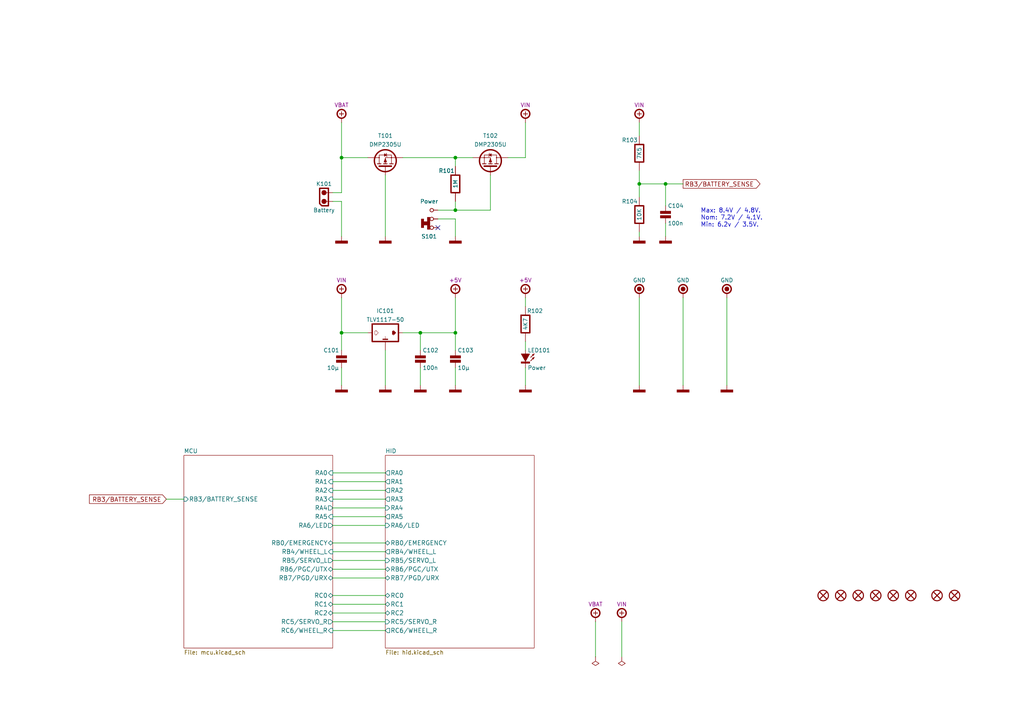
<source format=kicad_sch>
(kicad_sch (version 20211123) (generator eeschema)
  (paper "A4")
  (title_block (title "Power") (date "01/2022") (rev "A") (comment 1 "TBOT - MCU PIC-8Bit"))
  (lib_symbols
    (symbol "tronixio:C-1206" (pin_numbers hide) (pin_names (offset 0) hide)
      (property "Reference" "C" (at 0.635 2.54 0))
      (property "Value" "C-1206" (at 0.635 -2.54 0))
      (symbol "C-1206_0_1"
        (rectangle (start -1.524 -0.254) (end 1.524 -1.016) (stroke (width 0.001)) (fill (type outline)))
        (rectangle (start -1.524 1.016) (end 1.524 0.254) (stroke (width 0.001)) (fill (type outline)))
      )
      (symbol "C-1206_1_1"
        (pin passive line (at 0 2.54 270) (length 1.905) (name "~") (number "1"))
        (pin passive line (at 0 -2.54 90) (length 1.905) (name "~") (number "2"))
      )
    )
    (symbol "tronixio:DMP2305U-NEW" (pin_numbers hide) (pin_names (offset 0) hide)
      (property "Reference" "T" (at 2.54 1.905 0))
      (property "Value" "DMP2305U-NEW" (at 0 -17.78 0))
      (symbol "DMP2305U-NEW_0_1"
        (rectangle (start -2.667 -1.905) (end -2.286 1.905) (stroke (width 0.001)) (fill (type outline)))
        (circle (center -0.889 0) (radius 3.175) (stroke (width 0.4)))
        (circle (center 0 -1.778) (radius 0.127) (stroke (width 0.12)))
        (polyline (pts (xy -1.778 -1.27) (xy -1.778 -2.286)) (stroke (width 0.254)))
        (polyline (pts (xy -1.778 0) (xy 0 0)) (stroke (width 0.15)))
        (polyline (pts (xy -1.778 0.508) (xy -1.778 -0.508)) (stroke (width 0.254)))
        (polyline (pts (xy -1.778 2.286) (xy -1.778 1.27)) (stroke (width 0.254)))
        (polyline (pts (xy -1.778 1.778) (xy 0.762 1.778) (xy 0.762 -1.778) (xy -1.778 -1.778)))
        (polyline (pts (xy -0.254 0) (xy -1.27 0.381) (xy -1.27 -0.381) (xy -0.254 0)) (fill (type outline)))
        (polyline (pts (xy 0.254 -0.508) (xy 0.381 -0.381) (xy 1.143 -0.381) (xy 1.27 -0.254)))
        (polyline (pts (xy 0.762 -0.381) (xy 0.381 0.254) (xy 1.143 0.254) (xy 0.762 -0.381)) (fill (type outline)))
        (circle (center 0 1.778) (radius 0.127) (stroke (width 0.12)))
      )
      (symbol "DMP2305U-NEW_1_1"
        (pin input line (at -5.08 0 0) (length 2.54) (name "G") (number "1"))
        (pin passive line (at 0 -5.08 90) (length 5.08) (name "S") (number "2"))
        (pin passive line (at 0 5.08 270) (length 3.3) (name "D") (number "3"))
      )
    )
    (symbol "tronixio:E-SWITCH-200USP1T1A1M2RE" (pin_numbers hide) (pin_names (offset 0) hide)
      (property "Reference" "S" (at 0 7.62 0))
      (property "Value" "E-SWITCH-200USP1T1A1M2RE" (at 0 -7.62 0))
      (symbol "E-SWITCH-200USP1T1A1M2RE_0_1"
        (rectangle (start -3.048 3.048) (end 0.508 2.286) (stroke (width 0.001)) (fill (type outline)))
        (circle (center -2.54 1.778) (radius 0.508) (stroke (width 0.2)))
        (rectangle (start -2.54 4.826) (end 0 4.064) (stroke (width 0.001)) (fill (type outline)))
        (rectangle (start -1.778 3.048) (end -0.762 4.064) (stroke (width 0.001)) (fill (type outline)))
        (circle (center 0 1.778) (radius 0.508) (stroke (width 0.2)))
        (circle (center 2.54 1.778) (radius 0.508) (stroke (width 0.2)))
        (pin passive line (at -2.54 0 90) (length 1.27) (name "1") (number "1"))
        (pin passive line (at 0 0 90) (length 1.27) (name "2") (number "2"))
        (pin passive line (at 2.54 0 90) (length 1.27) (name "3") (number "3"))
      )
    )
    (symbol "tronixio:KEYSTONE-5006" (pin_numbers hide) (pin_names (offset 0) hide)
      (property "Reference" "TP" (at 0 7.62 0))
      (property "Value" "KEYSTONE-5006" (at 0 5.08 0))
      (symbol "KEYSTONE-5006_0_1"
        (circle (center 0 2.54) (radius 0.635) (stroke (width 0.001)) (fill (type outline)))
        (circle (center 0 2.54) (radius 1.27) (stroke (width 0.4)))
      )
      (symbol "KEYSTONE-5006_1_1"
        (pin passive line (at 0 0 90) (length 1.27) (name "1") (number "1"))
      )
    )
    (symbol "tronixio:LED-1206-PURPLE" (pin_numbers hide) (pin_names (offset 0) hide)
      (property "Reference" "LED" (at 0 -2.54 0))
      (property "Value" "LED-1206-PURPLE" (at 0 -5.08 0))
      (symbol "LED-1206-PURPLE_0_1"
        (rectangle (start -1.27 1.27) (end -0.762 -1.27) (stroke (width 0.001)) (fill (type outline)))
        (polyline (pts (xy 1.524 -1.27) (xy 1.524 1.27) (xy -0.762 0) (xy 1.524 -1.27)) (stroke (width 0.001)) (fill (type outline)))
        (polyline (pts (xy -0.508 1.524) (xy 0.508 2.54) (xy 0.254 2.032) (xy 0 2.286) (xy 0.508 2.54)) (stroke (width 0.2)))
        (polyline (pts (xy 0.508 1.524) (xy 1.524 2.54) (xy 1.27 2.032) (xy 1.016 2.286) (xy 1.524 2.54)) (stroke (width 0.2)))
      )
      (symbol "LED-1206-PURPLE_1_1"
        (pin passive line (at -2.54 0 0) (length 1.27) (name "K") (number "1"))
        (pin passive line (at 2.54 0 180) (length 1.27) (name "A") (number "2"))
      )
    )
    (symbol "tronixio:MOLEX-MINI-SPOX-02-RIGHT-ANGLE" (pin_numbers hide) (pin_names (offset 0) hide)
      (property "Reference" "K" (at 0 2.54 0))
      (property "Value" "MOLEX-MINI-SPOX-02-RIGHT-ANGLE" (at 0 -5.08 0))
      (symbol "MOLEX-MINI-SPOX-02-RIGHT-ANGLE_0_1"
        (circle (center 0 -2.54) (radius 0.635) (stroke (width 0.2)) (fill (type outline)))
        (polyline (pts (xy -1.27 -3.81) (xy 1.27 -3.81) (xy 1.27 0.635) (xy 0.635 1.27) (xy -1.27 1.27) (xy -1.27 -3.81)) (stroke (width 0.4)))
        (circle (center 0 0) (radius 0.635) (stroke (width 0.2)) (fill (type outline)))
      )
      (symbol "MOLEX-MINI-SPOX-02-RIGHT-ANGLE_1_1"
        (pin passive line (at -2.54 0 0) (length 1.905) (name "1") (number "1"))
        (pin passive line (at -2.54 -2.54 0) (length 1.905) (name "2") (number "2"))
      )
    )
    (symbol "tronixio:MOUNTING-HOLE-3MM" (pin_numbers hide) (pin_names (offset 0) hide)
      (symbol "MOUNTING-HOLE-3MM_0_1"
        (polyline (pts (xy -1.016 -1.016) (xy 1.016 1.016)) (stroke (width 0.3)))
        (polyline (pts (xy 1.016 -1.016) (xy -1.016 1.016)) (stroke (width 0.3)))
        (circle (center 0 0) (radius 1.524) (stroke (width 0.3)))
      )
    )
    (symbol "tronixio:MOUNTING-HOLE-MASK-3MM" (pin_numbers hide) (pin_names (offset 0) hide)
      (symbol "MOUNTING-HOLE-MASK-3MM_0_1"
        (polyline (pts (xy -1.016 -1.016) (xy 1.016 1.016)) (stroke (width 0.3)))
        (polyline (pts (xy 1.016 -1.016) (xy -1.016 1.016)) (stroke (width 0.3)))
        (circle (center 0 0) (radius 1.524) (stroke (width 0.3)))
      )
    )
    (symbol "tronixio:POWER-+5V" (power) (pin_numbers hide) (pin_names (offset 0) hide)
      (property "Name" "+5V" (at 0 5.08 0))
      (symbol "POWER-+5V_0_1"
        (polyline (pts (xy -0.635 2.54) (xy 0.635 2.54)) (stroke (width 0.2)))
        (polyline (pts (xy 0 1.905) (xy 0 3.175)) (stroke (width 0.2)))
        (circle (center 0 2.54) (radius 1.27) (stroke (width 0.4)))
      )
      (symbol "POWER-+5V_1_1"
        (pin power_in line (at 0 0 90) (length 1.27) (name "+5V") (number "1"))
      )
    )
    (symbol "tronixio:POWER-GND" (power) (pin_numbers hide) (pin_names (offset 0) hide)
      (symbol "POWER-GND_0_1"
        (rectangle (start -1.778 -2.032) (end 1.778 -1.27) (stroke (width 0.001)) (fill (type outline)))
      )
      (symbol "POWER-GND_1_1"
        (pin power_in line (at 0 0 270) (length 1.27) (name "GND") (number "1"))
      )
    )
    (symbol "tronixio:POWER-VBAT" (power) (pin_numbers hide) (pin_names (offset 0) hide)
      (property "Name" "VBAT" (at 0 5.08 0))
      (symbol "POWER-VBAT_0_1"
        (polyline (pts (xy -0.635 2.54) (xy 0.635 2.54)) (stroke (width 0.2)))
        (polyline (pts (xy 0 1.905) (xy 0 3.175)) (stroke (width 0.2)))
        (circle (center 0 2.54) (radius 1.27) (stroke (width 0.4)))
      )
      (symbol "POWER-VBAT_1_1"
        (pin power_in line (at 0 0 90) (length 1.27) (name "VBAT") (number "1"))
      )
    )
    (symbol "tronixio:POWER-VIN" (power) (pin_numbers hide) (pin_names (offset 0) hide)
      (property "Name" "VIN" (at 0 5.08 0))
      (symbol "POWER-VIN_0_1"
        (polyline (pts (xy -0.635 2.54) (xy 0.635 2.54)) (stroke (width 0.2)))
        (polyline (pts (xy 0 1.905) (xy 0 3.175)) (stroke (width 0.2)))
        (circle (center 0 2.54) (radius 1.27) (stroke (width 0.4)))
      )
      (symbol "POWER-VIN_1_1"
        (pin power_in line (at 0 0 90) (length 1.27) (name "VIN") (number "1"))
      )
    )
    (symbol "tronixio:PWR_FLAG" (power) (pin_numbers hide) (pin_names (offset 0) hide)
      (symbol "PWR_FLAG_0_0"
        (pin power_out line (at 0 0 90) (length 0) (name "pwr") (number "1"))
      )
      (symbol "PWR_FLAG_0_1"
        (polyline (pts (xy 0 0) (xy 0 1.27) (xy -1.016 1.905) (xy 0 2.54) (xy 1.016 1.905) (xy 0 1.27)))
      )
    )
    (symbol "tronixio:R-1206" (pin_numbers hide) (pin_names (offset 0) hide)
      (property "Reference" "R" (at 2.54 0 90))
      (property "Value" "R-1206" (at 0 0 90))
      (symbol "R-1206_0_1"
        (rectangle (start -1.27 -2.54) (end 1.27 2.54) (stroke (width 0.4)))
      )
      (symbol "R-1206_1_1"
        (pin passive line (at 0 5.08 270) (length 2.54) (name "~") (number "1"))
        (pin passive line (at 0 -5.08 90) (length 2.54) (name "~") (number "2"))
      )
    )
    (symbol "tronixio:TLV1117-50-SOT" (pin_numbers hide) (pin_names (offset 0) hide)
      (property "Reference" "IC" (at 0 6.35 0))
      (property "Value" "TLV1117-50-SOT" (at 0 3.81 0))
      (symbol "TLV1117-50-SOT_0_1"
        (rectangle (start -3.81 -2.54) (end 3.81 2.54) (stroke (width 0.4)))
        (rectangle (start -0.762 -1.778) (end 0.762 -2.032) (stroke (width 0.001)) (fill (type outline)))
        (polyline (pts (xy -2.032 0) (xy -2.794 -0.762)) (stroke (width 0.0006)))
        (polyline (pts (xy -2.032 0) (xy -2.794 0.762)) (stroke (width 0.0006)))
        (polyline (pts (xy 0 -1.778) (xy 0 -1.016)) (stroke (width 0.0006)))
        (polyline (pts (xy 3.048 0) (xy 2.286 -0.762)) (stroke (width 0.0006)))
        (polyline (pts (xy 3.048 0) (xy 2.286 0.762)) (stroke (width 0.0006)))
        (polyline (pts (xy -2.54 -0.508) (xy -3.048 -0.508) (xy -3.048 0.508) (xy -2.54 0.508)) (stroke (width 0.0006)))
        (polyline (pts (xy 2.54 -0.508) (xy 2.032 -0.508) (xy 2.032 0.508) (xy 2.54 0.508)) (stroke (width 0.001)) (fill (type outline)))
        (polyline (pts (xy 2.54 -0.508) (xy 3.048 0) (xy 2.54 0.508) (xy 2.54 -0.508)) (stroke (width 0.001)) (fill (type outline)))
      )
      (symbol "TLV1117-50-SOT_1_1"
        (pin power_in line (at 0 -5.08 90) (length 2.54) (name "GND") (number "1"))
        (pin power_out line (at 5.08 0 180) (length 1.27) (name "VO") (number "2"))
        (pin power_in line (at -5.08 0 0) (length 1.27) (name "VI") (number "3"))
      )
    )
  )
  (junction (at 193.04 53.34) (diameter 0.9144))
  (junction (at 99.06 45.72) (diameter 0.9144))
  (junction (at 185.42 53.34) (diameter 0.9144))
  (junction (at 132.08 96.52) (diameter 0.9144))
  (junction (at 121.92 96.52))
  (junction (at 99.06 96.52))
  (junction (at 132.08 45.72) (diameter 0.9144))
  (junction (at 132.08 60.96))
  (no_connect (at 127 66.04))
  (wire (pts (xy 96.52 175.26) (xy 111.76 175.26)))
  (wire (pts (xy 132.08 96.52) (xy 132.08 101.6)))
  (wire (pts (xy 96.52 162.56) (xy 111.76 162.56)))
  (wire (pts (xy 96.52 167.64) (xy 111.76 167.64)))
  (wire (pts (xy 99.06 45.72) (xy 106.68 45.72)))
  (wire (pts (xy 185.42 53.34) (xy 185.42 57.15)))
  (wire (pts (xy 185.42 49.53) (xy 185.42 53.34)))
  (wire (pts (xy 96.52 165.1) (xy 111.76 165.1)))
  (wire (pts (xy 193.04 59.69) (xy 193.04 53.34)))
  (wire (pts (xy 96.52 142.24) (xy 111.76 142.24)))
  (wire (pts (xy 132.08 63.5) (xy 132.08 68.58)))
  (wire (pts (xy 99.06 106.68) (xy 99.06 111.76)))
  (wire (pts (xy 99.06 58.42) (xy 99.06 68.58)))
  (wire (pts (xy 96.52 157.48) (xy 111.76 157.48)))
  (wire (pts (xy 96.52 58.42) (xy 99.06 58.42)))
  (wire (pts (xy 99.06 45.72) (xy 99.06 55.88)))
  (wire (pts (xy 132.08 45.72) (xy 132.08 48.26)))
  (wire (pts (xy 99.06 86.36) (xy 99.06 96.52)))
  (wire (pts (xy 96.52 177.8) (xy 111.76 177.8)))
  (wire (pts (xy 99.06 35.56) (xy 99.06 45.72)))
  (wire (pts (xy 96.52 182.88) (xy 111.76 182.88)))
  (wire (pts (xy 185.42 53.34) (xy 193.04 53.34)))
  (wire (pts (xy 180.34 180.34) (xy 180.34 190.5)))
  (wire (pts (xy 152.4 106.68) (xy 152.4 111.76)))
  (wire (pts (xy 152.4 35.56) (xy 152.4 45.72)))
  (wire (pts (xy 185.42 67.31) (xy 185.42 68.58)))
  (wire (pts (xy 185.42 86.36) (xy 185.42 111.76)))
  (wire (pts (xy 96.52 172.72) (xy 111.76 172.72)))
  (wire (pts (xy 193.04 64.77) (xy 193.04 68.58)))
  (wire (pts (xy 185.42 35.56) (xy 185.42 39.37)))
  (wire (pts (xy 198.12 86.36) (xy 198.12 111.76)))
  (wire (pts (xy 132.08 45.72) (xy 137.16 45.72)))
  (wire (pts (xy 116.84 45.72) (xy 132.08 45.72)))
  (wire (pts (xy 96.52 147.32) (xy 111.76 147.32)))
  (wire (pts (xy 132.08 106.68) (xy 132.08 111.76)))
  (wire (pts (xy 96.52 152.4) (xy 111.76 152.4)))
  (wire (pts (xy 121.92 96.52) (xy 121.92 101.6)))
  (wire (pts (xy 132.08 58.42) (xy 132.08 60.96)))
  (wire (pts (xy 116.84 96.52) (xy 121.92 96.52)))
  (wire (pts (xy 96.52 180.34) (xy 111.76 180.34)))
  (wire (pts (xy 111.76 101.6) (xy 111.76 111.76)))
  (wire (pts (xy 121.92 106.68) (xy 121.92 111.76)))
  (wire (pts (xy 111.76 50.8) (xy 111.76 68.58)))
  (wire (pts (xy 172.72 180.34) (xy 172.72 190.5)))
  (wire (pts (xy 96.52 149.86) (xy 111.76 149.86)))
  (wire (pts (xy 96.52 55.88) (xy 99.06 55.88)))
  (wire (pts (xy 99.06 96.52) (xy 106.68 96.52)))
  (wire (pts (xy 132.08 60.96) (xy 142.24 60.96)))
  (wire (pts (xy 142.24 50.8) (xy 142.24 60.96)))
  (wire (pts (xy 96.52 144.78) (xy 111.76 144.78)))
  (wire (pts (xy 193.04 53.34) (xy 198.12 53.34)))
  (wire (pts (xy 99.06 96.52) (xy 99.06 101.6)))
  (wire (pts (xy 147.32 45.72) (xy 152.4 45.72)))
  (wire (pts (xy 152.4 86.36) (xy 152.4 88.9)))
  (wire (pts (xy 96.52 137.16) (xy 111.76 137.16)))
  (wire (pts (xy 127 63.5) (xy 132.08 63.5)))
  (wire (pts (xy 48.26 144.78) (xy 53.34 144.78)))
  (wire (pts (xy 152.4 99.06) (xy 152.4 101.6)))
  (wire (pts (xy 96.52 160.02) (xy 111.76 160.02)))
  (wire (pts (xy 121.92 96.52) (xy 132.08 96.52)))
  (wire (pts (xy 132.08 96.52) (xy 132.08 86.36)))
  (wire (pts (xy 127 60.96) (xy 132.08 60.96)))
  (wire (pts (xy 210.82 86.36) (xy 210.82 111.76)))
  (wire (pts (xy 96.52 139.7) (xy 111.76 139.7)))
  (text "Max: 8.4V / 4.8V.\nNom: 7.2V / 4.1V.\nMin: 6.2v / 3.5V." (at 203.2 66.04 0) (effects (font (size 1.27 1.27)) (justify left bottom)))
  (global_label "RB3{slash}BATTERY_SENSE" (shape output) (at 198.12 53.34 0) (property "Intersheet References" "${INTERSHEET_REFS}" (effects hide)))
  (global_label "RB3{slash}BATTERY_SENSE" (shape input) (at 48.26 144.78 180) (property "Intersheet References" "${INTERSHEET_REFS}" (effects hide)))
  (symbol (lib_id "tronixio:KEYSTONE-5006") (at 210.82 86.36 0) (unit 1)
    (property "Reference" "TP103" (effects hide))
    (property "Value" "GND" (at 210.82 81.28 0) (effects (font (size 1.15 1.15))))
    (property "Footprint" "tronixio:KEYSTONE-5006" (effects hide))
    (property "Datasheet" "https://www.keyelco.com/product.cfm/product_id/1315" (effects hide))
    (property "MOUSER" "534-5006" (effects hide))
  )
  (symbol (lib_id "tronixio:MOUNTING-HOLE-MASK-3MM") (at 264.16 172.72 0) (unit 1)
    (property "Reference" "H106" (effects hide))
    (property "Value" "MOUNTING-HOLE-MASK-3MM" (effects hide))
    (property "Footprint" "tronixio:M3-MASK" (effects hide))
  )
  (symbol (lib_id "tronixio:POWER-GND") (at 111.76 111.76 0) (unit 1)
    (property "Reference" "#PWR0106" (effects hide))
    (property "Value" "GND" (effects hide))
  )
  (symbol (lib_id "tronixio:PWR_FLAG") (at 172.72 190.5 180) (unit 1)
    (property "Reference" "#FLG0101" (effects hide))
    (property "Value" "PWR_FLAG" (effects hide))
  )
  (symbol (lib_id "tronixio:TLV1117-50-SOT") (at 111.76 96.52 0) (unit 1)
    (property "Reference" "IC101" (at 111.76 90.17 0) (effects (font (size 1.15 1.15))))
    (property "Value" "TLV1117-50" (at 111.76 92.71 0) (effects (font (size 1.15 1.15))))
    (property "Footprint" "tronixio:SOT-223-3" (effects hide))
    (property "Datasheet" "http://www.ti.com/lit/ds/symlink/tlv1117.pdf" (effects hide))
    (property "MOUSER" "595-TLV1117-50CDC" (effects hide))
  )
  (symbol (lib_id "tronixio:POWER-GND") (at 185.42 68.58 0) (unit 1)
    (property "Reference" "#PWR0117" (effects hide))
    (property "Value" "GND" (effects hide))
  )
  (symbol (lib_id "tronixio:MOUNTING-HOLE-MASK-3MM") (at 259.08 172.72 0) (unit 1)
    (property "Reference" "H105" (effects hide))
    (property "Value" "MOUNTING-HOLE-MASK-3MM" (effects hide))
    (property "Footprint" "tronixio:M3-MASK" (effects hide))
  )
  (symbol (lib_id "tronixio:POWER-GND") (at 99.06 68.58 0) (unit 1)
    (property "Reference" "#PWR0102" (effects hide))
    (property "Value" "GND" (effects hide))
  )
  (symbol (lib_id "tronixio:POWER-VIN") (at 185.42 35.56 0) (unit 1)
    (property "Reference" "#PWR0116" (effects hide))
    (property "Value" "VIN" (effects hide))
    (property "Name" "VIN" (at 185.42 30.48 0) (effects (font (size 1.15 1.15))))
  )
  (symbol (lib_id "tronixio:KEYSTONE-5006") (at 185.42 86.36 0) (unit 1)
    (property "Reference" "TP101" (effects hide))
    (property "Value" "GND" (at 185.42 81.28 0) (effects (font (size 1.15 1.15))))
    (property "Footprint" "tronixio:KEYSTONE-5006" (effects hide))
    (property "Datasheet" "https://www.keyelco.com/product.cfm/product_id/1315" (effects hide))
    (property "MOUSER" "534-5006" (effects hide))
  )
  (symbol (lib_id "tronixio:POWER-GND") (at 111.76 68.58 0) (unit 1)
    (property "Reference" "#PWR0105" (effects hide))
    (property "Value" "GND" (effects hide))
  )
  (symbol (lib_id "tronixio:POWER-GND") (at 132.08 111.76 0) (unit 1)
    (property "Reference" "#PWR0110" (effects hide))
    (property "Value" "GND" (effects hide))
  )
  (symbol (lib_id "tronixio:MOUNTING-HOLE-MASK-3MM") (at 254 172.72 0) (unit 1)
    (property "Reference" "H104" (effects hide))
    (property "Value" "MOUNTING-HOLE-MASK-3MM" (effects hide))
    (property "Footprint" "tronixio:M3-MASK" (effects hide))
  )
  (symbol (lib_id "tronixio:R-1206") (at 152.4 93.98 180) (unit 1)
    (property "Reference" "R102" (at 157.48 90.17 0) (effects (font (size 1.15 1.15)) (justify left)))
    (property "Value" "4K7" (at 152.4 93.98 90) (effects (font (size 1.15 1.15))))
    (property "Footprint" "tronixio:RESISTOR-1206" (effects hide))
  )
  (symbol (lib_id "tronixio:PWR_FLAG") (at 180.34 190.5 180) (unit 1)
    (property "Reference" "#FLG0102" (effects hide))
    (property "Value" "PWR_FLAG" (effects hide))
  )
  (symbol (lib_id "tronixio:POWER-GND") (at 132.08 68.58 0) (unit 1)
    (property "Reference" "#PWR0108" (effects hide))
    (property "Value" "GND" (effects hide))
  )
  (symbol (lib_id "tronixio:R-1206") (at 132.08 53.34 180) (unit 1)
    (property "Reference" "R101" (at 129.54 49.53 0) (effects (font (size 1.15 1.15))))
    (property "Value" "1M" (at 132.08 53.34 90) (effects (font (size 1.15 1.15))))
    (property "Footprint" "tronixio:RESISTOR-1206" (effects hide))
  )
  (symbol (lib_id "tronixio:POWER-VIN") (at 152.4 35.56 0) (unit 1)
    (property "Reference" "#PWR0111" (effects hide))
    (property "Value" "VIN" (effects hide))
    (property "Name" "VIN" (at 152.4 30.48 0) (effects (font (size 1.15 1.15))))
  )
  (symbol (lib_id "tronixio:C-1206") (at 121.92 104.14 0) (unit 1)
    (property "Reference" "C102" (at 122.555 101.6 0) (effects (font (size 1.15 1.15)) (justify left)))
    (property "Value" "100n" (at 122.555 106.68 0) (effects (font (size 1.15 1.15)) (justify left)))
    (property "Footprint" "tronixio:CAPACITOR-1206" (effects hide))
  )
  (symbol (lib_id "tronixio:POWER-GND") (at 99.06 111.76 0) (unit 1)
    (property "Reference" "#PWR0104" (effects hide))
    (property "Value" "GND" (effects hide))
  )
  (symbol (lib_id "tronixio:POWER-GND") (at 210.82 111.76 0) (unit 1)
    (property "Reference" "#PWR0121" (effects hide))
    (property "Value" "GND" (effects hide))
  )
  (symbol (lib_id "tronixio:MOUNTING-HOLE-3MM") (at 276.86 172.72 0) (unit 1)
    (property "Reference" "H108" (effects hide))
    (property "Value" "MOUNTING-HOLE-3MM" (effects hide))
    (property "Footprint" "tronixio:M3" (effects hide))
  )
  (symbol (lib_id "tronixio:C-1206") (at 193.04 62.23 0) (unit 1)
    (property "Reference" "C104" (at 193.675 59.69 0) (effects (font (size 1.15 1.15)) (justify left)))
    (property "Value" "100n" (at 193.675 64.77 0) (effects (font (size 1.15 1.15)) (justify left)))
    (property "Footprint" "tronixio:CAPACITOR-1206" (effects hide))
  )
  (symbol (lib_id "tronixio:POWER-GND") (at 185.42 111.76 0) (unit 1)
    (property "Reference" "#PWR0118" (effects hide))
    (property "Value" "GND" (effects hide))
  )
  (symbol (lib_id "tronixio:POWER-VIN") (at 180.34 180.34 0) (unit 1)
    (property "Reference" "#PWR0115" (effects hide))
    (property "Value" "VIN" (effects hide))
    (property "Name" "VIN" (at 180.34 175.26 0) (effects (font (size 1.15 1.15))))
  )
  (symbol (lib_id "tronixio:MOUNTING-HOLE-MASK-3MM") (at 248.92 172.72 0) (unit 1)
    (property "Reference" "H103" (effects hide))
    (property "Value" "MOUNTING-HOLE-MASK-3MM" (effects hide))
    (property "Footprint" "tronixio:M3-MASK" (effects hide))
  )
  (symbol (lib_id "tronixio:POWER-GND") (at 152.4 111.76 0) (unit 1)
    (property "Reference" "#PWR0113" (effects hide))
    (property "Value" "GND" (effects hide))
  )
  (symbol (lib_id "tronixio:DMP2305U-NEW") (at 142.24 45.72 270) (mirror x) (unit 1)
    (property "Reference" "T102" (at 142.24 39.37 90) (effects (font (size 1.15 1.15))))
    (property "Value" "DMP2305U" (at 142.24 41.91 90) (effects (font (size 1.15 1.15))))
    (property "Footprint" "tronixio:SOT-23-3" (effects hide))
    (property "Datasheet" "https://www.diodes.com/part/view/DMP2305U" (effects hide))
    (property "MOUSER" "621-DMP2305U-7" (effects hide))
  )
  (symbol (lib_id "tronixio:POWER-GND") (at 198.12 111.76 0) (unit 1)
    (property "Reference" "#PWR0120" (effects hide))
    (property "Value" "GND" (effects hide))
  )
  (symbol (lib_id "tronixio:DMP2305U-NEW") (at 111.76 45.72 90) (unit 1)
    (property "Reference" "T101" (at 111.76 39.37 90) (effects (font (size 1.15 1.15))))
    (property "Value" "DMP2305U" (at 111.76 41.91 90) (effects (font (size 1.15 1.15))))
    (property "Footprint" "tronixio:SOT-23-3" (effects hide))
    (property "Datasheet" "https://www.diodes.com/part/view/DMP2305U" (effects hide))
    (property "MOUSER" "621-DMP2305U-7" (effects hide))
  )
  (symbol (lib_id "tronixio:R-1206") (at 185.42 62.23 180) (unit 1)
    (property "Reference" "R104" (at 180.34 58.42 0) (effects (font (size 1.15 1.15)) (justify right)))
    (property "Value" "10K" (at 185.42 62.23 90) (effects (font (size 1.15 1.15))))
    (property "Footprint" "tronixio:RESISTOR-1206" (effects hide))
  )
  (symbol (lib_id "tronixio:POWER-VBAT") (at 99.06 35.56 0) (unit 1)
    (property "Reference" "#PWR0101" (effects hide))
    (property "Value" "VBAT" (effects hide))
    (property "Name" "VBAT" (at 99.06 30.48 0) (effects (font (size 1.15 1.15))))
  )
  (symbol (lib_id "tronixio:MOUNTING-HOLE-3MM") (at 271.78 172.72 0) (unit 1)
    (property "Reference" "H107" (effects hide))
    (property "Value" "MOUNTING-HOLE-3MM" (effects hide))
    (property "Footprint" "tronixio:M3" (effects hide))
  )
  (symbol (lib_id "tronixio:LED-1206-PURPLE") (at 152.4 104.14 270) (mirror x) (unit 1)
    (property "Reference" "LED101" (at 153.035 101.6 90) (effects (font (size 1.15 1.15)) (justify left)))
    (property "Value" "Power" (at 153.035 106.68 90) (effects (font (size 1.15 1.15)) (justify left)))
    (property "Footprint" "tronixio:LED-1206" (effects hide))
    (property "Datasheet" "http://www.kingbrightusa.com/images/catalog/SPEC/APT3216LSECK-J3-PRV.pdf" (effects hide))
    (property "MOUSER" "604-APT3216LSECKJ3RV" (effects hide))
  )
  (symbol (lib_id "tronixio:POWER-GND") (at 193.04 68.58 0) (unit 1)
    (property "Reference" "#PWR0119" (effects hide))
    (property "Value" "GND" (effects hide))
  )
  (symbol (lib_id "tronixio:KEYSTONE-5006") (at 198.12 86.36 0) (unit 1)
    (property "Reference" "TP102" (effects hide))
    (property "Value" "GND" (at 198.12 81.28 0) (effects (font (size 1.15 1.15))))
    (property "Footprint" "tronixio:KEYSTONE-5006" (effects hide))
    (property "Datasheet" "https://www.keyelco.com/product.cfm/product_id/1315" (effects hide))
    (property "MOUSER" "534-5006" (effects hide))
  )
  (symbol (lib_id "tronixio:E-SWITCH-200USP1T1A1M2RE") (at 127 63.5 90) (unit 1)
    (property "Reference" "S101" (at 124.46 68.58 90) (effects (font (size 1.15 1.15))))
    (property "Value" "Power" (at 124.46 58.42 90) (effects (font (size 1.15 1.15))))
    (property "Footprint" "tronixio:E-SWITCH-200USPXT1A1M2RE" (effects hide))
    (property "Datasheet" "http://spec_sheets.e-switch.com/specs/T250000.pdf" (effects hide))
    (property "MOUSER" "612-200USP1T1A1M2RE" (effects hide))
  )
  (symbol (lib_id "tronixio:MOUNTING-HOLE-MASK-3MM") (at 238.76 172.72 0) (unit 1)
    (property "Reference" "H101" (effects hide))
    (property "Value" "MOUNTING-HOLE-MASK-3MM" (effects hide))
    (property "Footprint" "tronixio:M3-MASK" (effects hide))
  )
  (symbol (lib_id "tronixio:MOUNTING-HOLE-MASK-3MM") (at 243.84 172.72 0) (unit 1)
    (property "Reference" "H102" (effects hide))
    (property "Value" "MOUNTING-HOLE-MASK-3MM" (effects hide))
    (property "Footprint" "tronixio:M3-MASK" (effects hide))
  )
  (symbol (lib_id "tronixio:C-1206") (at 132.08 104.14 0) (unit 1)
    (property "Reference" "C103" (at 132.715 101.6 0) (effects (font (size 1.15 1.15)) (justify left)))
    (property "Value" "10µ" (at 132.715 106.68 0) (effects (font (size 1.15 1.15)) (justify left)))
    (property "Footprint" "tronixio:CAPACITOR-1206" (effects hide))
  )
  (symbol (lib_id "tronixio:MOLEX-MINI-SPOX-02-RIGHT-ANGLE") (at 93.98 58.42 180) (unit 1)
    (property "Reference" "K101" (at 93.98 53.34 0) (effects (font (size 1.15 1.15))))
    (property "Value" "Battery" (at 93.98 60.96 0) (effects (font (size 1.15 1.15))))
    (property "Footprint" "tronixio:MOLEX-22057025" (effects hide))
    (property "Datasheet" "https://www.molex.com/molex/products/part-detail/pcb_headers/0022057025" (effects hide))
    (property "MOUSER" "538-22-05-7025" (effects hide))
  )
  (symbol (lib_id "tronixio:POWER-+5V") (at 132.08 86.36 0) (unit 1)
    (property "Reference" "#PWR0109" (effects hide))
    (property "Value" "+5V" (effects hide))
    (property "Name" "+5V" (at 132.08 81.28 0) (effects (font (size 1.15 1.15))))
  )
  (symbol (lib_id "tronixio:POWER-VIN") (at 99.06 86.36 0) (unit 1)
    (property "Reference" "#PWR0103" (effects hide))
    (property "Value" "VIN" (effects hide))
    (property "Name" "VIN" (at 99.06 81.28 0) (effects (font (size 1.15 1.15))))
  )
  (symbol (lib_id "tronixio:POWER-GND") (at 121.92 111.76 0) (unit 1)
    (property "Reference" "#PWR0107" (effects hide))
    (property "Value" "GND" (effects hide))
  )
  (symbol (lib_id "tronixio:POWER-+5V") (at 152.4 86.36 0) (unit 1)
    (property "Reference" "#PWR0112" (effects hide))
    (property "Value" "+5V" (effects hide))
    (property "Name" "+5V" (at 152.4 81.28 0) (effects (font (size 1.15 1.15))))
  )
  (symbol (lib_id "tronixio:R-1206") (at 185.42 44.45 180) (unit 1)
    (property "Reference" "R103" (at 180.34 40.64 0) (effects (font (size 1.15 1.15)) (justify right)))
    (property "Value" "7K5" (at 185.42 44.45 90) (effects (font (size 1.15 1.15))))
    (property "Footprint" "tronixio:RESISTOR-1206" (effects hide))
  )
  (symbol (lib_id "tronixio:POWER-VBAT") (at 172.72 180.34 0) (unit 1)
    (property "Reference" "#PWR0114" (effects hide))
    (property "Value" "VBAT" (effects hide))
    (property "Name" "VBAT" (at 172.72 175.26 0) (effects (font (size 1.15 1.15))))
  )
  (symbol (lib_id "tronixio:C-1206") (at 99.06 104.14 0) (unit 1)
    (property "Reference" "C101" (at 98.425 101.6 0) (effects (font (size 1.15 1.15)) (justify right)))
    (property "Value" "10µ" (at 98.425 106.68 0) (effects (font (size 1.15 1.15)) (justify right)))
    (property "Footprint" "tronixio:CAPACITOR-1206" (effects hide))
  )
  (sheet (at 111.76 132.08) (size 43.18 55.88) (stroke (width 0.001))
    (property "Sheet name" "HID" (at 111.76 130.81 0) (effects (font (size 1.2 1.2)) (justify left)))
    (property "Sheet file" "hid.kicad_sch" (at 111.76 189.23 0) (effects (font (size 1.2 1.2)) (justify left)))
    (pin "RB0{slash}EMERGENCY" bidirectional (at 111.76 157.48 180))
    (pin "RB4{slash}WHEEL_L" output (at 111.76 160.02 180))
    (pin "RB5{slash}SERVO_L" input (at 111.76 162.56 180))
    (pin "RB7{slash}PGD{slash}URX" bidirectional (at 111.76 167.64 180))
    (pin "RB6{slash}PGC{slash}UTX" bidirectional (at 111.76 165.1 180))
    (pin "RC6{slash}WHEEL_R" output (at 111.76 182.88 180))
    (pin "RC5{slash}SERVO_R" input (at 111.76 180.34 180))
    (pin "RA3" output (at 111.76 144.78 180))
    (pin "RA5" output (at 111.76 149.86 180))
    (pin "RA4" input (at 111.76 147.32 180))
    (pin "RC2" bidirectional (at 111.76 177.8 180))
    (pin "RC1" bidirectional (at 111.76 175.26 180))
    (pin "RC0" bidirectional (at 111.76 172.72 180))
    (pin "RA6{slash}LED" input (at 111.76 152.4 180))
    (pin "RA2" output (at 111.76 142.24 180))
    (pin "RA0" output (at 111.76 137.16 180))
    (pin "RA1" output (at 111.76 139.7 180))
  )
  (sheet (at 53.34 132.08) (size 43.18 55.88) (stroke (width 0.001))
    (property "Sheet name" "MCU" (at 53.34 130.81 0) (effects (font (size 1.2 1.2)) (justify left)))
    (property "Sheet file" "mcu.kicad_sch" (at 53.34 189.23 0) (effects (font (size 1.2 1.2)) (justify left)))
    (pin "RB6{slash}PGC{slash}UTX" bidirectional (at 96.52 165.1 0))
    (pin "RB5{slash}SERVO_L" output (at 96.52 162.56 0))
    (pin "RB7{slash}PGD{slash}URX" bidirectional (at 96.52 167.64 0))
    (pin "RB4{slash}WHEEL_L" input (at 96.52 160.02 0))
    (pin "RC6{slash}WHEEL_R" input (at 96.52 182.88 0))
    (pin "RB3{slash}BATTERY_SENSE" input (at 53.34 144.78 180))
    (pin "RC5{slash}SERVO_R" output (at 96.52 180.34 0))
    (pin "RB0{slash}EMERGENCY" bidirectional (at 96.52 157.48 0))
    (pin "RC2" bidirectional (at 96.52 177.8 0))
    (pin "RC0" bidirectional (at 96.52 172.72 0))
    (pin "RA6{slash}LED" output (at 96.52 152.4 0))
    (pin "RC1" bidirectional (at 96.52 175.26 0))
    (pin "RA5" input (at 96.52 149.86 0))
    (pin "RA1" input (at 96.52 139.7 0))
    (pin "RA3" input (at 96.52 144.78 0))
    (pin "RA4" output (at 96.52 147.32 0))
    (pin "RA0" input (at 96.52 137.16 0))
    (pin "RA2" input (at 96.52 142.24 0))
  )
)
</source>
